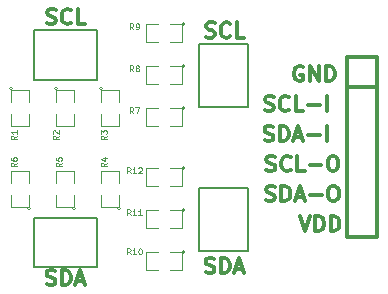
<source format=gto>
G04 (created by PCBNEW (2013-07-07 BZR 4022)-stable) date 11/10/2014 9:18:01 PM*
%MOIN*%
G04 Gerber Fmt 3.4, Leading zero omitted, Abs format*
%FSLAX34Y34*%
G01*
G70*
G90*
G04 APERTURE LIST*
%ADD10C,0.00590551*%
%ADD11C,0.011811*%
%ADD12C,0.0039*%
%ADD13C,0.012*%
%ADD14C,0.0043*%
G04 APERTURE END LIST*
G54D10*
G54D11*
X47190Y-25932D02*
X47263Y-25957D01*
X47385Y-25957D01*
X47434Y-25932D01*
X47458Y-25908D01*
X47483Y-25859D01*
X47483Y-25810D01*
X47458Y-25762D01*
X47434Y-25737D01*
X47385Y-25713D01*
X47288Y-25689D01*
X47239Y-25664D01*
X47215Y-25640D01*
X47190Y-25591D01*
X47190Y-25542D01*
X47215Y-25494D01*
X47239Y-25469D01*
X47288Y-25445D01*
X47410Y-25445D01*
X47483Y-25469D01*
X47994Y-25908D02*
X47970Y-25932D01*
X47897Y-25957D01*
X47848Y-25957D01*
X47775Y-25932D01*
X47726Y-25884D01*
X47702Y-25835D01*
X47678Y-25737D01*
X47678Y-25664D01*
X47702Y-25567D01*
X47726Y-25518D01*
X47775Y-25469D01*
X47848Y-25445D01*
X47897Y-25445D01*
X47970Y-25469D01*
X47994Y-25494D01*
X48458Y-25957D02*
X48214Y-25957D01*
X48214Y-25445D01*
X47178Y-33782D02*
X47251Y-33807D01*
X47373Y-33807D01*
X47422Y-33782D01*
X47446Y-33758D01*
X47470Y-33709D01*
X47470Y-33660D01*
X47446Y-33612D01*
X47422Y-33587D01*
X47373Y-33563D01*
X47276Y-33539D01*
X47227Y-33514D01*
X47202Y-33490D01*
X47178Y-33441D01*
X47178Y-33392D01*
X47202Y-33344D01*
X47227Y-33319D01*
X47276Y-33295D01*
X47397Y-33295D01*
X47470Y-33319D01*
X47690Y-33807D02*
X47690Y-33295D01*
X47812Y-33295D01*
X47885Y-33319D01*
X47934Y-33368D01*
X47958Y-33417D01*
X47982Y-33514D01*
X47982Y-33587D01*
X47958Y-33685D01*
X47934Y-33734D01*
X47885Y-33782D01*
X47812Y-33807D01*
X47690Y-33807D01*
X48177Y-33660D02*
X48421Y-33660D01*
X48129Y-33807D02*
X48299Y-33295D01*
X48470Y-33807D01*
X41878Y-34182D02*
X41951Y-34207D01*
X42073Y-34207D01*
X42122Y-34182D01*
X42146Y-34158D01*
X42170Y-34109D01*
X42170Y-34060D01*
X42146Y-34012D01*
X42122Y-33987D01*
X42073Y-33963D01*
X41976Y-33939D01*
X41927Y-33914D01*
X41902Y-33890D01*
X41878Y-33841D01*
X41878Y-33792D01*
X41902Y-33744D01*
X41927Y-33719D01*
X41976Y-33695D01*
X42097Y-33695D01*
X42170Y-33719D01*
X42390Y-34207D02*
X42390Y-33695D01*
X42512Y-33695D01*
X42585Y-33719D01*
X42634Y-33768D01*
X42658Y-33817D01*
X42682Y-33914D01*
X42682Y-33987D01*
X42658Y-34085D01*
X42634Y-34134D01*
X42585Y-34182D01*
X42512Y-34207D01*
X42390Y-34207D01*
X42877Y-34060D02*
X43121Y-34060D01*
X42829Y-34207D02*
X42999Y-33695D01*
X43170Y-34207D01*
X41890Y-25482D02*
X41963Y-25507D01*
X42085Y-25507D01*
X42134Y-25482D01*
X42158Y-25458D01*
X42183Y-25409D01*
X42183Y-25360D01*
X42158Y-25312D01*
X42134Y-25287D01*
X42085Y-25263D01*
X41988Y-25239D01*
X41939Y-25214D01*
X41915Y-25190D01*
X41890Y-25141D01*
X41890Y-25092D01*
X41915Y-25044D01*
X41939Y-25019D01*
X41988Y-24995D01*
X42110Y-24995D01*
X42183Y-25019D01*
X42694Y-25458D02*
X42670Y-25482D01*
X42597Y-25507D01*
X42548Y-25507D01*
X42475Y-25482D01*
X42426Y-25434D01*
X42402Y-25385D01*
X42378Y-25287D01*
X42378Y-25214D01*
X42402Y-25117D01*
X42426Y-25068D01*
X42475Y-25019D01*
X42548Y-24995D01*
X42597Y-24995D01*
X42670Y-25019D01*
X42694Y-25044D01*
X43158Y-25507D02*
X42914Y-25507D01*
X42914Y-24995D01*
X50317Y-31895D02*
X50488Y-32407D01*
X50658Y-31895D01*
X50829Y-32407D02*
X50829Y-31895D01*
X50951Y-31895D01*
X51024Y-31919D01*
X51073Y-31968D01*
X51097Y-32017D01*
X51121Y-32114D01*
X51121Y-32187D01*
X51097Y-32285D01*
X51073Y-32334D01*
X51024Y-32382D01*
X50951Y-32407D01*
X50829Y-32407D01*
X51341Y-32407D02*
X51341Y-31895D01*
X51463Y-31895D01*
X51536Y-31919D01*
X51584Y-31968D01*
X51609Y-32017D01*
X51633Y-32114D01*
X51633Y-32187D01*
X51609Y-32285D01*
X51584Y-32334D01*
X51536Y-32382D01*
X51463Y-32407D01*
X51341Y-32407D01*
X50410Y-26919D02*
X50361Y-26895D01*
X50288Y-26895D01*
X50215Y-26919D01*
X50166Y-26968D01*
X50141Y-27017D01*
X50117Y-27114D01*
X50117Y-27187D01*
X50141Y-27285D01*
X50166Y-27334D01*
X50215Y-27382D01*
X50288Y-27407D01*
X50336Y-27407D01*
X50410Y-27382D01*
X50434Y-27358D01*
X50434Y-27187D01*
X50336Y-27187D01*
X50653Y-27407D02*
X50653Y-26895D01*
X50946Y-27407D01*
X50946Y-26895D01*
X51189Y-27407D02*
X51189Y-26895D01*
X51311Y-26895D01*
X51384Y-26919D01*
X51433Y-26968D01*
X51458Y-27017D01*
X51482Y-27114D01*
X51482Y-27187D01*
X51458Y-27285D01*
X51433Y-27334D01*
X51384Y-27382D01*
X51311Y-27407D01*
X51189Y-27407D01*
X49205Y-30382D02*
X49278Y-30407D01*
X49400Y-30407D01*
X49449Y-30382D01*
X49473Y-30358D01*
X49498Y-30309D01*
X49498Y-30260D01*
X49473Y-30212D01*
X49449Y-30187D01*
X49400Y-30163D01*
X49303Y-30139D01*
X49254Y-30114D01*
X49230Y-30090D01*
X49205Y-30041D01*
X49205Y-29992D01*
X49230Y-29944D01*
X49254Y-29919D01*
X49303Y-29895D01*
X49425Y-29895D01*
X49498Y-29919D01*
X50010Y-30358D02*
X49985Y-30382D01*
X49912Y-30407D01*
X49863Y-30407D01*
X49790Y-30382D01*
X49741Y-30334D01*
X49717Y-30285D01*
X49693Y-30187D01*
X49693Y-30114D01*
X49717Y-30017D01*
X49741Y-29968D01*
X49790Y-29919D01*
X49863Y-29895D01*
X49912Y-29895D01*
X49985Y-29919D01*
X50010Y-29944D01*
X50473Y-30407D02*
X50229Y-30407D01*
X50229Y-29895D01*
X50643Y-30212D02*
X51033Y-30212D01*
X51374Y-29895D02*
X51472Y-29895D01*
X51521Y-29919D01*
X51569Y-29968D01*
X51594Y-30065D01*
X51594Y-30236D01*
X51569Y-30334D01*
X51521Y-30382D01*
X51472Y-30407D01*
X51374Y-30407D01*
X51326Y-30382D01*
X51277Y-30334D01*
X51253Y-30236D01*
X51253Y-30065D01*
X51277Y-29968D01*
X51326Y-29919D01*
X51374Y-29895D01*
X49139Y-29382D02*
X49212Y-29407D01*
X49334Y-29407D01*
X49383Y-29382D01*
X49407Y-29358D01*
X49432Y-29309D01*
X49432Y-29260D01*
X49407Y-29212D01*
X49383Y-29187D01*
X49334Y-29163D01*
X49237Y-29139D01*
X49188Y-29114D01*
X49164Y-29090D01*
X49139Y-29041D01*
X49139Y-28992D01*
X49164Y-28944D01*
X49188Y-28919D01*
X49237Y-28895D01*
X49359Y-28895D01*
X49432Y-28919D01*
X49651Y-29407D02*
X49651Y-28895D01*
X49773Y-28895D01*
X49846Y-28919D01*
X49895Y-28968D01*
X49919Y-29017D01*
X49944Y-29114D01*
X49944Y-29187D01*
X49919Y-29285D01*
X49895Y-29334D01*
X49846Y-29382D01*
X49773Y-29407D01*
X49651Y-29407D01*
X50139Y-29260D02*
X50382Y-29260D01*
X50090Y-29407D02*
X50260Y-28895D01*
X50431Y-29407D01*
X50602Y-29212D02*
X50992Y-29212D01*
X51235Y-29407D02*
X51235Y-28895D01*
X49193Y-31382D02*
X49266Y-31407D01*
X49388Y-31407D01*
X49437Y-31382D01*
X49461Y-31358D01*
X49486Y-31309D01*
X49486Y-31260D01*
X49461Y-31212D01*
X49437Y-31187D01*
X49388Y-31163D01*
X49291Y-31139D01*
X49242Y-31114D01*
X49217Y-31090D01*
X49193Y-31041D01*
X49193Y-30992D01*
X49217Y-30944D01*
X49242Y-30919D01*
X49291Y-30895D01*
X49412Y-30895D01*
X49486Y-30919D01*
X49705Y-31407D02*
X49705Y-30895D01*
X49827Y-30895D01*
X49900Y-30919D01*
X49949Y-30968D01*
X49973Y-31017D01*
X49997Y-31114D01*
X49997Y-31187D01*
X49973Y-31285D01*
X49949Y-31334D01*
X49900Y-31382D01*
X49827Y-31407D01*
X49705Y-31407D01*
X50192Y-31260D02*
X50436Y-31260D01*
X50144Y-31407D02*
X50314Y-30895D01*
X50485Y-31407D01*
X50655Y-31212D02*
X51045Y-31212D01*
X51387Y-30895D02*
X51484Y-30895D01*
X51533Y-30919D01*
X51582Y-30968D01*
X51606Y-31065D01*
X51606Y-31236D01*
X51582Y-31334D01*
X51533Y-31382D01*
X51484Y-31407D01*
X51387Y-31407D01*
X51338Y-31382D01*
X51289Y-31334D01*
X51265Y-31236D01*
X51265Y-31065D01*
X51289Y-30968D01*
X51338Y-30919D01*
X51387Y-30895D01*
X49152Y-28382D02*
X49225Y-28407D01*
X49346Y-28407D01*
X49395Y-28382D01*
X49420Y-28358D01*
X49444Y-28309D01*
X49444Y-28260D01*
X49420Y-28212D01*
X49395Y-28187D01*
X49346Y-28163D01*
X49249Y-28139D01*
X49200Y-28114D01*
X49176Y-28090D01*
X49152Y-28041D01*
X49152Y-27992D01*
X49176Y-27944D01*
X49200Y-27919D01*
X49249Y-27895D01*
X49371Y-27895D01*
X49444Y-27919D01*
X49956Y-28358D02*
X49931Y-28382D01*
X49858Y-28407D01*
X49810Y-28407D01*
X49736Y-28382D01*
X49688Y-28334D01*
X49663Y-28285D01*
X49639Y-28187D01*
X49639Y-28114D01*
X49663Y-28017D01*
X49688Y-27968D01*
X49736Y-27919D01*
X49810Y-27895D01*
X49858Y-27895D01*
X49931Y-27919D01*
X49956Y-27944D01*
X50419Y-28407D02*
X50175Y-28407D01*
X50175Y-27895D01*
X50589Y-28212D02*
X50979Y-28212D01*
X51223Y-28407D02*
X51223Y-27895D01*
G54D10*
X41450Y-25700D02*
X43550Y-25700D01*
X43550Y-25700D02*
X43550Y-27350D01*
X43550Y-27350D02*
X41450Y-27350D01*
X41450Y-25700D02*
X41450Y-27350D01*
X48600Y-30950D02*
X48600Y-33050D01*
X48600Y-33050D02*
X46950Y-33050D01*
X46950Y-33050D02*
X46950Y-30950D01*
X48600Y-30950D02*
X46950Y-30950D01*
X48600Y-26150D02*
X48600Y-28250D01*
X48600Y-28250D02*
X46950Y-28250D01*
X46950Y-28250D02*
X46950Y-26150D01*
X48600Y-26150D02*
X46950Y-26150D01*
X43550Y-33600D02*
X41450Y-33600D01*
X41450Y-33600D02*
X41450Y-31950D01*
X41450Y-31950D02*
X43550Y-31950D01*
X43550Y-33600D02*
X43550Y-31950D01*
G54D12*
X43750Y-27650D02*
G75*
G03X43750Y-27650I-50J0D01*
G74*
G01*
X43700Y-28100D02*
X43700Y-27700D01*
X43700Y-27700D02*
X44300Y-27700D01*
X44300Y-27700D02*
X44300Y-28100D01*
X44300Y-28500D02*
X44300Y-28900D01*
X44300Y-28900D02*
X43700Y-28900D01*
X43700Y-28900D02*
X43700Y-28500D01*
X44350Y-31650D02*
G75*
G03X44350Y-31650I-50J0D01*
G74*
G01*
X44300Y-31200D02*
X44300Y-31600D01*
X44300Y-31600D02*
X43700Y-31600D01*
X43700Y-31600D02*
X43700Y-31200D01*
X43700Y-30800D02*
X43700Y-30400D01*
X43700Y-30400D02*
X44300Y-30400D01*
X44300Y-30400D02*
X44300Y-30800D01*
X42850Y-31650D02*
G75*
G03X42850Y-31650I-50J0D01*
G74*
G01*
X42800Y-31200D02*
X42800Y-31600D01*
X42800Y-31600D02*
X42200Y-31600D01*
X42200Y-31600D02*
X42200Y-31200D01*
X42200Y-30800D02*
X42200Y-30400D01*
X42200Y-30400D02*
X42800Y-30400D01*
X42800Y-30400D02*
X42800Y-30800D01*
X41350Y-31650D02*
G75*
G03X41350Y-31650I-50J0D01*
G74*
G01*
X41300Y-31200D02*
X41300Y-31600D01*
X41300Y-31600D02*
X40700Y-31600D01*
X40700Y-31600D02*
X40700Y-31200D01*
X40700Y-30800D02*
X40700Y-30400D01*
X40700Y-30400D02*
X41300Y-30400D01*
X41300Y-30400D02*
X41300Y-30800D01*
X42250Y-27650D02*
G75*
G03X42250Y-27650I-50J0D01*
G74*
G01*
X42200Y-28100D02*
X42200Y-27700D01*
X42200Y-27700D02*
X42800Y-27700D01*
X42800Y-27700D02*
X42800Y-28100D01*
X42800Y-28500D02*
X42800Y-28900D01*
X42800Y-28900D02*
X42200Y-28900D01*
X42200Y-28900D02*
X42200Y-28500D01*
X46500Y-25500D02*
G75*
G03X46500Y-25500I-50J0D01*
G74*
G01*
X46000Y-25500D02*
X46400Y-25500D01*
X46400Y-25500D02*
X46400Y-26100D01*
X46400Y-26100D02*
X46000Y-26100D01*
X45600Y-26100D02*
X45200Y-26100D01*
X45200Y-26100D02*
X45200Y-25500D01*
X45200Y-25500D02*
X45600Y-25500D01*
X46500Y-26900D02*
G75*
G03X46500Y-26900I-50J0D01*
G74*
G01*
X46000Y-26900D02*
X46400Y-26900D01*
X46400Y-26900D02*
X46400Y-27500D01*
X46400Y-27500D02*
X46000Y-27500D01*
X45600Y-27500D02*
X45200Y-27500D01*
X45200Y-27500D02*
X45200Y-26900D01*
X45200Y-26900D02*
X45600Y-26900D01*
X46500Y-28300D02*
G75*
G03X46500Y-28300I-50J0D01*
G74*
G01*
X46000Y-28300D02*
X46400Y-28300D01*
X46400Y-28300D02*
X46400Y-28900D01*
X46400Y-28900D02*
X46000Y-28900D01*
X45600Y-28900D02*
X45200Y-28900D01*
X45200Y-28900D02*
X45200Y-28300D01*
X45200Y-28300D02*
X45600Y-28300D01*
X40750Y-27650D02*
G75*
G03X40750Y-27650I-50J0D01*
G74*
G01*
X40700Y-28100D02*
X40700Y-27700D01*
X40700Y-27700D02*
X41300Y-27700D01*
X41300Y-27700D02*
X41300Y-28100D01*
X41300Y-28500D02*
X41300Y-28900D01*
X41300Y-28900D02*
X40700Y-28900D01*
X40700Y-28900D02*
X40700Y-28500D01*
X46500Y-30300D02*
G75*
G03X46500Y-30300I-50J0D01*
G74*
G01*
X46000Y-30300D02*
X46400Y-30300D01*
X46400Y-30300D02*
X46400Y-30900D01*
X46400Y-30900D02*
X46000Y-30900D01*
X45600Y-30900D02*
X45200Y-30900D01*
X45200Y-30900D02*
X45200Y-30300D01*
X45200Y-30300D02*
X45600Y-30300D01*
X46500Y-31700D02*
G75*
G03X46500Y-31700I-50J0D01*
G74*
G01*
X46000Y-31700D02*
X46400Y-31700D01*
X46400Y-31700D02*
X46400Y-32300D01*
X46400Y-32300D02*
X46000Y-32300D01*
X45600Y-32300D02*
X45200Y-32300D01*
X45200Y-32300D02*
X45200Y-31700D01*
X45200Y-31700D02*
X45600Y-31700D01*
X46500Y-33100D02*
G75*
G03X46500Y-33100I-50J0D01*
G74*
G01*
X46000Y-33100D02*
X46400Y-33100D01*
X46400Y-33100D02*
X46400Y-33700D01*
X46400Y-33700D02*
X46000Y-33700D01*
X45600Y-33700D02*
X45200Y-33700D01*
X45200Y-33700D02*
X45200Y-33100D01*
X45200Y-33100D02*
X45600Y-33100D01*
G54D13*
X51900Y-26600D02*
X52900Y-26600D01*
X52900Y-26600D02*
X52900Y-32600D01*
X52900Y-32600D02*
X51900Y-32600D01*
X51900Y-32600D02*
X51900Y-26600D01*
X51900Y-27600D02*
X52900Y-27600D01*
G54D14*
X43879Y-29232D02*
X43785Y-29298D01*
X43879Y-29345D02*
X43682Y-29345D01*
X43682Y-29270D01*
X43692Y-29251D01*
X43701Y-29242D01*
X43720Y-29232D01*
X43748Y-29232D01*
X43767Y-29242D01*
X43776Y-29251D01*
X43785Y-29270D01*
X43785Y-29345D01*
X43682Y-29167D02*
X43682Y-29045D01*
X43757Y-29110D01*
X43757Y-29082D01*
X43767Y-29063D01*
X43776Y-29054D01*
X43795Y-29045D01*
X43842Y-29045D01*
X43860Y-29054D01*
X43870Y-29063D01*
X43879Y-29082D01*
X43879Y-29139D01*
X43870Y-29157D01*
X43860Y-29167D01*
X43879Y-30132D02*
X43785Y-30198D01*
X43879Y-30245D02*
X43682Y-30245D01*
X43682Y-30170D01*
X43692Y-30151D01*
X43701Y-30142D01*
X43720Y-30132D01*
X43748Y-30132D01*
X43767Y-30142D01*
X43776Y-30151D01*
X43785Y-30170D01*
X43785Y-30245D01*
X43748Y-29963D02*
X43879Y-29963D01*
X43673Y-30010D02*
X43814Y-30057D01*
X43814Y-29935D01*
X42379Y-30132D02*
X42285Y-30198D01*
X42379Y-30245D02*
X42182Y-30245D01*
X42182Y-30170D01*
X42192Y-30151D01*
X42201Y-30142D01*
X42220Y-30132D01*
X42248Y-30132D01*
X42267Y-30142D01*
X42276Y-30151D01*
X42285Y-30170D01*
X42285Y-30245D01*
X42182Y-29954D02*
X42182Y-30048D01*
X42276Y-30057D01*
X42267Y-30048D01*
X42257Y-30029D01*
X42257Y-29982D01*
X42267Y-29963D01*
X42276Y-29954D01*
X42295Y-29945D01*
X42342Y-29945D01*
X42360Y-29954D01*
X42370Y-29963D01*
X42379Y-29982D01*
X42379Y-30029D01*
X42370Y-30048D01*
X42360Y-30057D01*
X40879Y-30132D02*
X40785Y-30198D01*
X40879Y-30245D02*
X40682Y-30245D01*
X40682Y-30170D01*
X40692Y-30151D01*
X40701Y-30142D01*
X40720Y-30132D01*
X40748Y-30132D01*
X40767Y-30142D01*
X40776Y-30151D01*
X40785Y-30170D01*
X40785Y-30245D01*
X40682Y-29963D02*
X40682Y-30001D01*
X40692Y-30020D01*
X40701Y-30029D01*
X40729Y-30048D01*
X40767Y-30057D01*
X40842Y-30057D01*
X40860Y-30048D01*
X40870Y-30039D01*
X40879Y-30020D01*
X40879Y-29982D01*
X40870Y-29963D01*
X40860Y-29954D01*
X40842Y-29945D01*
X40795Y-29945D01*
X40776Y-29954D01*
X40767Y-29963D01*
X40757Y-29982D01*
X40757Y-30020D01*
X40767Y-30039D01*
X40776Y-30048D01*
X40795Y-30057D01*
X42279Y-29232D02*
X42185Y-29298D01*
X42279Y-29345D02*
X42082Y-29345D01*
X42082Y-29270D01*
X42092Y-29251D01*
X42101Y-29242D01*
X42120Y-29232D01*
X42148Y-29232D01*
X42167Y-29242D01*
X42176Y-29251D01*
X42185Y-29270D01*
X42185Y-29345D01*
X42101Y-29157D02*
X42092Y-29148D01*
X42082Y-29129D01*
X42082Y-29082D01*
X42092Y-29063D01*
X42101Y-29054D01*
X42120Y-29045D01*
X42139Y-29045D01*
X42167Y-29054D01*
X42279Y-29167D01*
X42279Y-29045D01*
X44767Y-25679D02*
X44701Y-25585D01*
X44654Y-25679D02*
X44654Y-25482D01*
X44729Y-25482D01*
X44748Y-25492D01*
X44757Y-25501D01*
X44767Y-25520D01*
X44767Y-25548D01*
X44757Y-25567D01*
X44748Y-25576D01*
X44729Y-25585D01*
X44654Y-25585D01*
X44860Y-25679D02*
X44898Y-25679D01*
X44917Y-25670D01*
X44926Y-25660D01*
X44945Y-25632D01*
X44954Y-25595D01*
X44954Y-25520D01*
X44945Y-25501D01*
X44936Y-25492D01*
X44917Y-25482D01*
X44879Y-25482D01*
X44860Y-25492D01*
X44851Y-25501D01*
X44842Y-25520D01*
X44842Y-25567D01*
X44851Y-25585D01*
X44860Y-25595D01*
X44879Y-25604D01*
X44917Y-25604D01*
X44936Y-25595D01*
X44945Y-25585D01*
X44954Y-25567D01*
X44767Y-27079D02*
X44701Y-26985D01*
X44654Y-27079D02*
X44654Y-26882D01*
X44729Y-26882D01*
X44748Y-26892D01*
X44757Y-26901D01*
X44767Y-26920D01*
X44767Y-26948D01*
X44757Y-26967D01*
X44748Y-26976D01*
X44729Y-26985D01*
X44654Y-26985D01*
X44879Y-26967D02*
X44860Y-26957D01*
X44851Y-26948D01*
X44842Y-26929D01*
X44842Y-26920D01*
X44851Y-26901D01*
X44860Y-26892D01*
X44879Y-26882D01*
X44917Y-26882D01*
X44936Y-26892D01*
X44945Y-26901D01*
X44954Y-26920D01*
X44954Y-26929D01*
X44945Y-26948D01*
X44936Y-26957D01*
X44917Y-26967D01*
X44879Y-26967D01*
X44860Y-26976D01*
X44851Y-26985D01*
X44842Y-27004D01*
X44842Y-27042D01*
X44851Y-27060D01*
X44860Y-27070D01*
X44879Y-27079D01*
X44917Y-27079D01*
X44936Y-27070D01*
X44945Y-27060D01*
X44954Y-27042D01*
X44954Y-27004D01*
X44945Y-26985D01*
X44936Y-26976D01*
X44917Y-26967D01*
X44767Y-28479D02*
X44701Y-28385D01*
X44654Y-28479D02*
X44654Y-28282D01*
X44729Y-28282D01*
X44748Y-28292D01*
X44757Y-28301D01*
X44767Y-28320D01*
X44767Y-28348D01*
X44757Y-28367D01*
X44748Y-28376D01*
X44729Y-28385D01*
X44654Y-28385D01*
X44832Y-28282D02*
X44964Y-28282D01*
X44879Y-28479D01*
X40879Y-29232D02*
X40785Y-29298D01*
X40879Y-29345D02*
X40682Y-29345D01*
X40682Y-29270D01*
X40692Y-29251D01*
X40701Y-29242D01*
X40720Y-29232D01*
X40748Y-29232D01*
X40767Y-29242D01*
X40776Y-29251D01*
X40785Y-29270D01*
X40785Y-29345D01*
X40879Y-29045D02*
X40879Y-29157D01*
X40879Y-29101D02*
X40682Y-29101D01*
X40710Y-29120D01*
X40729Y-29139D01*
X40739Y-29157D01*
X44673Y-30479D02*
X44607Y-30385D01*
X44560Y-30479D02*
X44560Y-30282D01*
X44635Y-30282D01*
X44654Y-30292D01*
X44663Y-30301D01*
X44673Y-30320D01*
X44673Y-30348D01*
X44663Y-30367D01*
X44654Y-30376D01*
X44635Y-30385D01*
X44560Y-30385D01*
X44860Y-30479D02*
X44748Y-30479D01*
X44804Y-30479D02*
X44804Y-30282D01*
X44785Y-30310D01*
X44767Y-30329D01*
X44748Y-30339D01*
X44936Y-30301D02*
X44945Y-30292D01*
X44964Y-30282D01*
X45011Y-30282D01*
X45029Y-30292D01*
X45039Y-30301D01*
X45048Y-30320D01*
X45048Y-30339D01*
X45039Y-30367D01*
X44926Y-30479D01*
X45048Y-30479D01*
X44673Y-31879D02*
X44607Y-31785D01*
X44560Y-31879D02*
X44560Y-31682D01*
X44635Y-31682D01*
X44654Y-31692D01*
X44663Y-31701D01*
X44673Y-31720D01*
X44673Y-31748D01*
X44663Y-31767D01*
X44654Y-31776D01*
X44635Y-31785D01*
X44560Y-31785D01*
X44860Y-31879D02*
X44748Y-31879D01*
X44804Y-31879D02*
X44804Y-31682D01*
X44785Y-31710D01*
X44767Y-31729D01*
X44748Y-31739D01*
X45048Y-31879D02*
X44936Y-31879D01*
X44992Y-31879D02*
X44992Y-31682D01*
X44973Y-31710D01*
X44954Y-31729D01*
X44936Y-31739D01*
X44673Y-33179D02*
X44607Y-33085D01*
X44560Y-33179D02*
X44560Y-32982D01*
X44635Y-32982D01*
X44654Y-32992D01*
X44663Y-33001D01*
X44673Y-33020D01*
X44673Y-33048D01*
X44663Y-33067D01*
X44654Y-33076D01*
X44635Y-33085D01*
X44560Y-33085D01*
X44860Y-33179D02*
X44748Y-33179D01*
X44804Y-33179D02*
X44804Y-32982D01*
X44785Y-33010D01*
X44767Y-33029D01*
X44748Y-33039D01*
X44982Y-32982D02*
X45001Y-32982D01*
X45020Y-32992D01*
X45029Y-33001D01*
X45039Y-33020D01*
X45048Y-33057D01*
X45048Y-33104D01*
X45039Y-33142D01*
X45029Y-33160D01*
X45020Y-33170D01*
X45001Y-33179D01*
X44982Y-33179D01*
X44964Y-33170D01*
X44954Y-33160D01*
X44945Y-33142D01*
X44936Y-33104D01*
X44936Y-33057D01*
X44945Y-33020D01*
X44954Y-33001D01*
X44964Y-32992D01*
X44982Y-32982D01*
M02*

</source>
